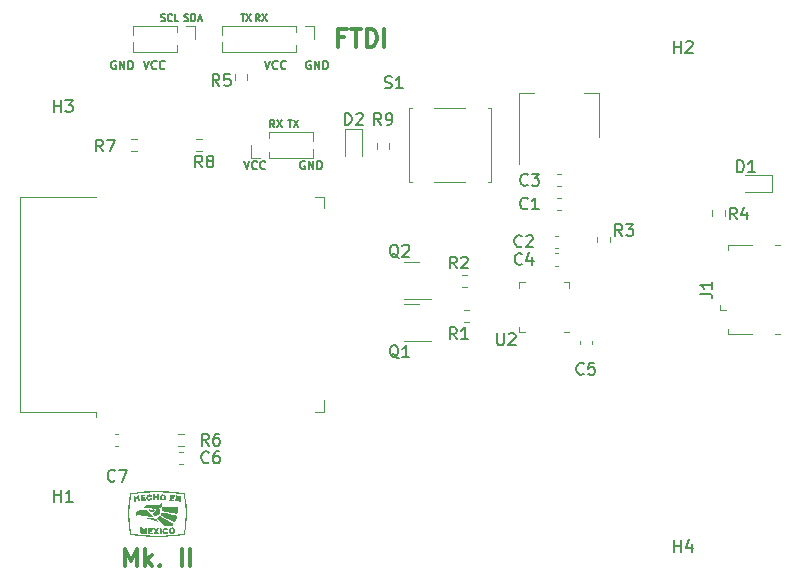
<source format=gbr>
%TF.GenerationSoftware,KiCad,Pcbnew,(6.0.2)*%
%TF.CreationDate,2022-04-19T16:18:31-05:00*%
%TF.ProjectId,Tlapixki-HelloWorld,546c6170-6978-46b6-992d-48656c6c6f57,rev?*%
%TF.SameCoordinates,Original*%
%TF.FileFunction,Legend,Top*%
%TF.FilePolarity,Positive*%
%FSLAX46Y46*%
G04 Gerber Fmt 4.6, Leading zero omitted, Abs format (unit mm)*
G04 Created by KiCad (PCBNEW (6.0.2)) date 2022-04-19 16:18:31*
%MOMM*%
%LPD*%
G01*
G04 APERTURE LIST*
%ADD10C,0.300000*%
%ADD11C,0.150000*%
%ADD12C,0.120000*%
G04 APERTURE END LIST*
D10*
X89785714Y-100392857D02*
X89285714Y-100392857D01*
X89285714Y-101178571D02*
X89285714Y-99678571D01*
X90000000Y-99678571D01*
X90357142Y-99678571D02*
X91214285Y-99678571D01*
X90785714Y-101178571D02*
X90785714Y-99678571D01*
X91714285Y-101178571D02*
X91714285Y-99678571D01*
X92071428Y-99678571D01*
X92285714Y-99750000D01*
X92428571Y-99892857D01*
X92500000Y-100035714D01*
X92571428Y-100321428D01*
X92571428Y-100535714D01*
X92500000Y-100821428D01*
X92428571Y-100964285D01*
X92285714Y-101107142D01*
X92071428Y-101178571D01*
X91714285Y-101178571D01*
X93214285Y-101178571D02*
X93214285Y-99678571D01*
D11*
X83066666Y-102366666D02*
X83300000Y-103066666D01*
X83533333Y-102366666D01*
X84166666Y-103000000D02*
X84133333Y-103033333D01*
X84033333Y-103066666D01*
X83966666Y-103066666D01*
X83866666Y-103033333D01*
X83800000Y-102966666D01*
X83766666Y-102900000D01*
X83733333Y-102766666D01*
X83733333Y-102666666D01*
X83766666Y-102533333D01*
X83800000Y-102466666D01*
X83866666Y-102400000D01*
X83966666Y-102366666D01*
X84033333Y-102366666D01*
X84133333Y-102400000D01*
X84166666Y-102433333D01*
X84866666Y-103000000D02*
X84833333Y-103033333D01*
X84733333Y-103066666D01*
X84666666Y-103066666D01*
X84566666Y-103033333D01*
X84500000Y-102966666D01*
X84466666Y-102900000D01*
X84433333Y-102766666D01*
X84433333Y-102666666D01*
X84466666Y-102533333D01*
X84500000Y-102466666D01*
X84566666Y-102400000D01*
X84666666Y-102366666D01*
X84733333Y-102366666D01*
X84833333Y-102400000D01*
X84866666Y-102433333D01*
X85042857Y-107421428D02*
X85385714Y-107421428D01*
X85214285Y-108021428D02*
X85214285Y-107421428D01*
X85528571Y-107421428D02*
X85928571Y-108021428D01*
X85928571Y-107421428D02*
X85528571Y-108021428D01*
X76271428Y-98992857D02*
X76357142Y-99021428D01*
X76500000Y-99021428D01*
X76557142Y-98992857D01*
X76585714Y-98964285D01*
X76614285Y-98907142D01*
X76614285Y-98850000D01*
X76585714Y-98792857D01*
X76557142Y-98764285D01*
X76500000Y-98735714D01*
X76385714Y-98707142D01*
X76328571Y-98678571D01*
X76300000Y-98650000D01*
X76271428Y-98592857D01*
X76271428Y-98535714D01*
X76300000Y-98478571D01*
X76328571Y-98450000D01*
X76385714Y-98421428D01*
X76528571Y-98421428D01*
X76614285Y-98450000D01*
X76871428Y-99021428D02*
X76871428Y-98421428D01*
X77014285Y-98421428D01*
X77100000Y-98450000D01*
X77157142Y-98507142D01*
X77185714Y-98564285D01*
X77214285Y-98678571D01*
X77214285Y-98764285D01*
X77185714Y-98878571D01*
X77157142Y-98935714D01*
X77100000Y-98992857D01*
X77014285Y-99021428D01*
X76871428Y-99021428D01*
X77442857Y-98850000D02*
X77728571Y-98850000D01*
X77385714Y-99021428D02*
X77585714Y-98421428D01*
X77785714Y-99021428D01*
X82650000Y-99021428D02*
X82450000Y-98735714D01*
X82307142Y-99021428D02*
X82307142Y-98421428D01*
X82535714Y-98421428D01*
X82592857Y-98450000D01*
X82621428Y-98478571D01*
X82650000Y-98535714D01*
X82650000Y-98621428D01*
X82621428Y-98678571D01*
X82592857Y-98707142D01*
X82535714Y-98735714D01*
X82307142Y-98735714D01*
X82850000Y-98421428D02*
X83250000Y-99021428D01*
X83250000Y-98421428D02*
X82850000Y-99021428D01*
X81042857Y-98421428D02*
X81385714Y-98421428D01*
X81214285Y-99021428D02*
X81214285Y-98421428D01*
X81528571Y-98421428D02*
X81928571Y-99021428D01*
X81928571Y-98421428D02*
X81528571Y-99021428D01*
X72816666Y-102366666D02*
X73050000Y-103066666D01*
X73283333Y-102366666D01*
X73916666Y-103000000D02*
X73883333Y-103033333D01*
X73783333Y-103066666D01*
X73716666Y-103066666D01*
X73616666Y-103033333D01*
X73550000Y-102966666D01*
X73516666Y-102900000D01*
X73483333Y-102766666D01*
X73483333Y-102666666D01*
X73516666Y-102533333D01*
X73550000Y-102466666D01*
X73616666Y-102400000D01*
X73716666Y-102366666D01*
X73783333Y-102366666D01*
X73883333Y-102400000D01*
X73916666Y-102433333D01*
X74616666Y-103000000D02*
X74583333Y-103033333D01*
X74483333Y-103066666D01*
X74416666Y-103066666D01*
X74316666Y-103033333D01*
X74250000Y-102966666D01*
X74216666Y-102900000D01*
X74183333Y-102766666D01*
X74183333Y-102666666D01*
X74216666Y-102533333D01*
X74250000Y-102466666D01*
X74316666Y-102400000D01*
X74416666Y-102366666D01*
X74483333Y-102366666D01*
X74583333Y-102400000D01*
X74616666Y-102433333D01*
X70466666Y-102400000D02*
X70400000Y-102366666D01*
X70300000Y-102366666D01*
X70200000Y-102400000D01*
X70133333Y-102466666D01*
X70100000Y-102533333D01*
X70066666Y-102666666D01*
X70066666Y-102766666D01*
X70100000Y-102900000D01*
X70133333Y-102966666D01*
X70200000Y-103033333D01*
X70300000Y-103066666D01*
X70366666Y-103066666D01*
X70466666Y-103033333D01*
X70500000Y-103000000D01*
X70500000Y-102766666D01*
X70366666Y-102766666D01*
X70800000Y-103066666D02*
X70800000Y-102366666D01*
X71200000Y-103066666D01*
X71200000Y-102366666D01*
X71533333Y-103066666D02*
X71533333Y-102366666D01*
X71700000Y-102366666D01*
X71800000Y-102400000D01*
X71866666Y-102466666D01*
X71900000Y-102533333D01*
X71933333Y-102666666D01*
X71933333Y-102766666D01*
X71900000Y-102900000D01*
X71866666Y-102966666D01*
X71800000Y-103033333D01*
X71700000Y-103066666D01*
X71533333Y-103066666D01*
X81316666Y-110866666D02*
X81550000Y-111566666D01*
X81783333Y-110866666D01*
X82416666Y-111500000D02*
X82383333Y-111533333D01*
X82283333Y-111566666D01*
X82216666Y-111566666D01*
X82116666Y-111533333D01*
X82050000Y-111466666D01*
X82016666Y-111400000D01*
X81983333Y-111266666D01*
X81983333Y-111166666D01*
X82016666Y-111033333D01*
X82050000Y-110966666D01*
X82116666Y-110900000D01*
X82216666Y-110866666D01*
X82283333Y-110866666D01*
X82383333Y-110900000D01*
X82416666Y-110933333D01*
X83116666Y-111500000D02*
X83083333Y-111533333D01*
X82983333Y-111566666D01*
X82916666Y-111566666D01*
X82816666Y-111533333D01*
X82750000Y-111466666D01*
X82716666Y-111400000D01*
X82683333Y-111266666D01*
X82683333Y-111166666D01*
X82716666Y-111033333D01*
X82750000Y-110966666D01*
X82816666Y-110900000D01*
X82916666Y-110866666D01*
X82983333Y-110866666D01*
X83083333Y-110900000D01*
X83116666Y-110933333D01*
D10*
X71250000Y-145178571D02*
X71250000Y-143678571D01*
X71750000Y-144750000D01*
X72250000Y-143678571D01*
X72250000Y-145178571D01*
X72964285Y-145178571D02*
X72964285Y-143678571D01*
X73107142Y-144607142D02*
X73535714Y-145178571D01*
X73535714Y-144178571D02*
X72964285Y-144750000D01*
X74178571Y-145035714D02*
X74250000Y-145107142D01*
X74178571Y-145178571D01*
X74107142Y-145107142D01*
X74178571Y-145035714D01*
X74178571Y-145178571D01*
X76035714Y-145178571D02*
X76035714Y-143678571D01*
X76750000Y-145178571D02*
X76750000Y-143678571D01*
D11*
X86466666Y-110900000D02*
X86400000Y-110866666D01*
X86300000Y-110866666D01*
X86200000Y-110900000D01*
X86133333Y-110966666D01*
X86100000Y-111033333D01*
X86066666Y-111166666D01*
X86066666Y-111266666D01*
X86100000Y-111400000D01*
X86133333Y-111466666D01*
X86200000Y-111533333D01*
X86300000Y-111566666D01*
X86366666Y-111566666D01*
X86466666Y-111533333D01*
X86500000Y-111500000D01*
X86500000Y-111266666D01*
X86366666Y-111266666D01*
X86800000Y-111566666D02*
X86800000Y-110866666D01*
X87200000Y-111566666D01*
X87200000Y-110866666D01*
X87533333Y-111566666D02*
X87533333Y-110866666D01*
X87700000Y-110866666D01*
X87800000Y-110900000D01*
X87866666Y-110966666D01*
X87900000Y-111033333D01*
X87933333Y-111166666D01*
X87933333Y-111266666D01*
X87900000Y-111400000D01*
X87866666Y-111466666D01*
X87800000Y-111533333D01*
X87700000Y-111566666D01*
X87533333Y-111566666D01*
X86966666Y-102400000D02*
X86900000Y-102366666D01*
X86800000Y-102366666D01*
X86700000Y-102400000D01*
X86633333Y-102466666D01*
X86600000Y-102533333D01*
X86566666Y-102666666D01*
X86566666Y-102766666D01*
X86600000Y-102900000D01*
X86633333Y-102966666D01*
X86700000Y-103033333D01*
X86800000Y-103066666D01*
X86866666Y-103066666D01*
X86966666Y-103033333D01*
X87000000Y-103000000D01*
X87000000Y-102766666D01*
X86866666Y-102766666D01*
X87300000Y-103066666D02*
X87300000Y-102366666D01*
X87700000Y-103066666D01*
X87700000Y-102366666D01*
X88033333Y-103066666D02*
X88033333Y-102366666D01*
X88200000Y-102366666D01*
X88300000Y-102400000D01*
X88366666Y-102466666D01*
X88400000Y-102533333D01*
X88433333Y-102666666D01*
X88433333Y-102766666D01*
X88400000Y-102900000D01*
X88366666Y-102966666D01*
X88300000Y-103033333D01*
X88200000Y-103066666D01*
X88033333Y-103066666D01*
X74285714Y-98992857D02*
X74371428Y-99021428D01*
X74514285Y-99021428D01*
X74571428Y-98992857D01*
X74600000Y-98964285D01*
X74628571Y-98907142D01*
X74628571Y-98850000D01*
X74600000Y-98792857D01*
X74571428Y-98764285D01*
X74514285Y-98735714D01*
X74400000Y-98707142D01*
X74342857Y-98678571D01*
X74314285Y-98650000D01*
X74285714Y-98592857D01*
X74285714Y-98535714D01*
X74314285Y-98478571D01*
X74342857Y-98450000D01*
X74400000Y-98421428D01*
X74542857Y-98421428D01*
X74628571Y-98450000D01*
X75228571Y-98964285D02*
X75200000Y-98992857D01*
X75114285Y-99021428D01*
X75057142Y-99021428D01*
X74971428Y-98992857D01*
X74914285Y-98935714D01*
X74885714Y-98878571D01*
X74857142Y-98764285D01*
X74857142Y-98678571D01*
X74885714Y-98564285D01*
X74914285Y-98507142D01*
X74971428Y-98450000D01*
X75057142Y-98421428D01*
X75114285Y-98421428D01*
X75200000Y-98450000D01*
X75228571Y-98478571D01*
X75771428Y-99021428D02*
X75485714Y-99021428D01*
X75485714Y-98421428D01*
X83900000Y-108021428D02*
X83700000Y-107735714D01*
X83557142Y-108021428D02*
X83557142Y-107421428D01*
X83785714Y-107421428D01*
X83842857Y-107450000D01*
X83871428Y-107478571D01*
X83900000Y-107535714D01*
X83900000Y-107621428D01*
X83871428Y-107678571D01*
X83842857Y-107707142D01*
X83785714Y-107735714D01*
X83557142Y-107735714D01*
X84100000Y-107421428D02*
X84500000Y-108021428D01*
X84500000Y-107421428D02*
X84100000Y-108021428D01*
%TO.C,S1*%
X93238095Y-104654761D02*
X93380952Y-104702380D01*
X93619047Y-104702380D01*
X93714285Y-104654761D01*
X93761904Y-104607142D01*
X93809523Y-104511904D01*
X93809523Y-104416666D01*
X93761904Y-104321428D01*
X93714285Y-104273809D01*
X93619047Y-104226190D01*
X93428571Y-104178571D01*
X93333333Y-104130952D01*
X93285714Y-104083333D01*
X93238095Y-103988095D01*
X93238095Y-103892857D01*
X93285714Y-103797619D01*
X93333333Y-103750000D01*
X93428571Y-103702380D01*
X93666666Y-103702380D01*
X93809523Y-103750000D01*
X94761904Y-104702380D02*
X94190476Y-104702380D01*
X94476190Y-104702380D02*
X94476190Y-103702380D01*
X94380952Y-103845238D01*
X94285714Y-103940476D01*
X94190476Y-103988095D01*
%TO.C,C3*%
X105333333Y-112857142D02*
X105285714Y-112904761D01*
X105142857Y-112952380D01*
X105047619Y-112952380D01*
X104904761Y-112904761D01*
X104809523Y-112809523D01*
X104761904Y-112714285D01*
X104714285Y-112523809D01*
X104714285Y-112380952D01*
X104761904Y-112190476D01*
X104809523Y-112095238D01*
X104904761Y-112000000D01*
X105047619Y-111952380D01*
X105142857Y-111952380D01*
X105285714Y-112000000D01*
X105333333Y-112047619D01*
X105666666Y-111952380D02*
X106285714Y-111952380D01*
X105952380Y-112333333D01*
X106095238Y-112333333D01*
X106190476Y-112380952D01*
X106238095Y-112428571D01*
X106285714Y-112523809D01*
X106285714Y-112761904D01*
X106238095Y-112857142D01*
X106190476Y-112904761D01*
X106095238Y-112952380D01*
X105809523Y-112952380D01*
X105714285Y-112904761D01*
X105666666Y-112857142D01*
%TO.C,H4*%
X117738095Y-143952380D02*
X117738095Y-142952380D01*
X117738095Y-143428571D02*
X118309523Y-143428571D01*
X118309523Y-143952380D02*
X118309523Y-142952380D01*
X119214285Y-143285714D02*
X119214285Y-143952380D01*
X118976190Y-142904761D02*
X118738095Y-143619047D01*
X119357142Y-143619047D01*
%TO.C,R9*%
X92933333Y-107802380D02*
X92600000Y-107326190D01*
X92361904Y-107802380D02*
X92361904Y-106802380D01*
X92742857Y-106802380D01*
X92838095Y-106850000D01*
X92885714Y-106897619D01*
X92933333Y-106992857D01*
X92933333Y-107135714D01*
X92885714Y-107230952D01*
X92838095Y-107278571D01*
X92742857Y-107326190D01*
X92361904Y-107326190D01*
X93409523Y-107802380D02*
X93600000Y-107802380D01*
X93695238Y-107754761D01*
X93742857Y-107707142D01*
X93838095Y-107564285D01*
X93885714Y-107373809D01*
X93885714Y-106992857D01*
X93838095Y-106897619D01*
X93790476Y-106850000D01*
X93695238Y-106802380D01*
X93504761Y-106802380D01*
X93409523Y-106850000D01*
X93361904Y-106897619D01*
X93314285Y-106992857D01*
X93314285Y-107230952D01*
X93361904Y-107326190D01*
X93409523Y-107373809D01*
X93504761Y-107421428D01*
X93695238Y-107421428D01*
X93790476Y-107373809D01*
X93838095Y-107326190D01*
X93885714Y-107230952D01*
%TO.C,R8*%
X77783333Y-111402380D02*
X77450000Y-110926190D01*
X77211904Y-111402380D02*
X77211904Y-110402380D01*
X77592857Y-110402380D01*
X77688095Y-110450000D01*
X77735714Y-110497619D01*
X77783333Y-110592857D01*
X77783333Y-110735714D01*
X77735714Y-110830952D01*
X77688095Y-110878571D01*
X77592857Y-110926190D01*
X77211904Y-110926190D01*
X78354761Y-110830952D02*
X78259523Y-110783333D01*
X78211904Y-110735714D01*
X78164285Y-110640476D01*
X78164285Y-110592857D01*
X78211904Y-110497619D01*
X78259523Y-110450000D01*
X78354761Y-110402380D01*
X78545238Y-110402380D01*
X78640476Y-110450000D01*
X78688095Y-110497619D01*
X78735714Y-110592857D01*
X78735714Y-110640476D01*
X78688095Y-110735714D01*
X78640476Y-110783333D01*
X78545238Y-110830952D01*
X78354761Y-110830952D01*
X78259523Y-110878571D01*
X78211904Y-110926190D01*
X78164285Y-111021428D01*
X78164285Y-111211904D01*
X78211904Y-111307142D01*
X78259523Y-111354761D01*
X78354761Y-111402380D01*
X78545238Y-111402380D01*
X78640476Y-111354761D01*
X78688095Y-111307142D01*
X78735714Y-111211904D01*
X78735714Y-111021428D01*
X78688095Y-110926190D01*
X78640476Y-110878571D01*
X78545238Y-110830952D01*
%TO.C,U2*%
X102738095Y-125452380D02*
X102738095Y-126261904D01*
X102785714Y-126357142D01*
X102833333Y-126404761D01*
X102928571Y-126452380D01*
X103119047Y-126452380D01*
X103214285Y-126404761D01*
X103261904Y-126357142D01*
X103309523Y-126261904D01*
X103309523Y-125452380D01*
X103738095Y-125547619D02*
X103785714Y-125500000D01*
X103880952Y-125452380D01*
X104119047Y-125452380D01*
X104214285Y-125500000D01*
X104261904Y-125547619D01*
X104309523Y-125642857D01*
X104309523Y-125738095D01*
X104261904Y-125880952D01*
X103690476Y-126452380D01*
X104309523Y-126452380D01*
%TO.C,R4*%
X123033333Y-115802380D02*
X122700000Y-115326190D01*
X122461904Y-115802380D02*
X122461904Y-114802380D01*
X122842857Y-114802380D01*
X122938095Y-114850000D01*
X122985714Y-114897619D01*
X123033333Y-114992857D01*
X123033333Y-115135714D01*
X122985714Y-115230952D01*
X122938095Y-115278571D01*
X122842857Y-115326190D01*
X122461904Y-115326190D01*
X123890476Y-115135714D02*
X123890476Y-115802380D01*
X123652380Y-114754761D02*
X123414285Y-115469047D01*
X124033333Y-115469047D01*
%TO.C,R6*%
X78333333Y-134952380D02*
X78000000Y-134476190D01*
X77761904Y-134952380D02*
X77761904Y-133952380D01*
X78142857Y-133952380D01*
X78238095Y-134000000D01*
X78285714Y-134047619D01*
X78333333Y-134142857D01*
X78333333Y-134285714D01*
X78285714Y-134380952D01*
X78238095Y-134428571D01*
X78142857Y-134476190D01*
X77761904Y-134476190D01*
X79190476Y-133952380D02*
X79000000Y-133952380D01*
X78904761Y-134000000D01*
X78857142Y-134047619D01*
X78761904Y-134190476D01*
X78714285Y-134380952D01*
X78714285Y-134761904D01*
X78761904Y-134857142D01*
X78809523Y-134904761D01*
X78904761Y-134952380D01*
X79095238Y-134952380D01*
X79190476Y-134904761D01*
X79238095Y-134857142D01*
X79285714Y-134761904D01*
X79285714Y-134523809D01*
X79238095Y-134428571D01*
X79190476Y-134380952D01*
X79095238Y-134333333D01*
X78904761Y-134333333D01*
X78809523Y-134380952D01*
X78761904Y-134428571D01*
X78714285Y-134523809D01*
%TO.C,C2*%
X104833333Y-118057142D02*
X104785714Y-118104761D01*
X104642857Y-118152380D01*
X104547619Y-118152380D01*
X104404761Y-118104761D01*
X104309523Y-118009523D01*
X104261904Y-117914285D01*
X104214285Y-117723809D01*
X104214285Y-117580952D01*
X104261904Y-117390476D01*
X104309523Y-117295238D01*
X104404761Y-117200000D01*
X104547619Y-117152380D01*
X104642857Y-117152380D01*
X104785714Y-117200000D01*
X104833333Y-117247619D01*
X105214285Y-117247619D02*
X105261904Y-117200000D01*
X105357142Y-117152380D01*
X105595238Y-117152380D01*
X105690476Y-117200000D01*
X105738095Y-117247619D01*
X105785714Y-117342857D01*
X105785714Y-117438095D01*
X105738095Y-117580952D01*
X105166666Y-118152380D01*
X105785714Y-118152380D01*
%TO.C,Q1*%
X94404761Y-127547619D02*
X94309523Y-127500000D01*
X94214285Y-127404761D01*
X94071428Y-127261904D01*
X93976190Y-127214285D01*
X93880952Y-127214285D01*
X93928571Y-127452380D02*
X93833333Y-127404761D01*
X93738095Y-127309523D01*
X93690476Y-127119047D01*
X93690476Y-126785714D01*
X93738095Y-126595238D01*
X93833333Y-126500000D01*
X93928571Y-126452380D01*
X94119047Y-126452380D01*
X94214285Y-126500000D01*
X94309523Y-126595238D01*
X94357142Y-126785714D01*
X94357142Y-127119047D01*
X94309523Y-127309523D01*
X94214285Y-127404761D01*
X94119047Y-127452380D01*
X93928571Y-127452380D01*
X95309523Y-127452380D02*
X94738095Y-127452380D01*
X95023809Y-127452380D02*
X95023809Y-126452380D01*
X94928571Y-126595238D01*
X94833333Y-126690476D01*
X94738095Y-126738095D01*
%TO.C,H3*%
X65238095Y-106702380D02*
X65238095Y-105702380D01*
X65238095Y-106178571D02*
X65809523Y-106178571D01*
X65809523Y-106702380D02*
X65809523Y-105702380D01*
X66190476Y-105702380D02*
X66809523Y-105702380D01*
X66476190Y-106083333D01*
X66619047Y-106083333D01*
X66714285Y-106130952D01*
X66761904Y-106178571D01*
X66809523Y-106273809D01*
X66809523Y-106511904D01*
X66761904Y-106607142D01*
X66714285Y-106654761D01*
X66619047Y-106702380D01*
X66333333Y-106702380D01*
X66238095Y-106654761D01*
X66190476Y-106607142D01*
%TO.C,H2*%
X117738095Y-101702380D02*
X117738095Y-100702380D01*
X117738095Y-101178571D02*
X118309523Y-101178571D01*
X118309523Y-101702380D02*
X118309523Y-100702380D01*
X118738095Y-100797619D02*
X118785714Y-100750000D01*
X118880952Y-100702380D01*
X119119047Y-100702380D01*
X119214285Y-100750000D01*
X119261904Y-100797619D01*
X119309523Y-100892857D01*
X119309523Y-100988095D01*
X119261904Y-101130952D01*
X118690476Y-101702380D01*
X119309523Y-101702380D01*
%TO.C,C1*%
X105333333Y-114857142D02*
X105285714Y-114904761D01*
X105142857Y-114952380D01*
X105047619Y-114952380D01*
X104904761Y-114904761D01*
X104809523Y-114809523D01*
X104761904Y-114714285D01*
X104714285Y-114523809D01*
X104714285Y-114380952D01*
X104761904Y-114190476D01*
X104809523Y-114095238D01*
X104904761Y-114000000D01*
X105047619Y-113952380D01*
X105142857Y-113952380D01*
X105285714Y-114000000D01*
X105333333Y-114047619D01*
X106285714Y-114952380D02*
X105714285Y-114952380D01*
X106000000Y-114952380D02*
X106000000Y-113952380D01*
X105904761Y-114095238D01*
X105809523Y-114190476D01*
X105714285Y-114238095D01*
%TO.C,R7*%
X69383333Y-110052380D02*
X69050000Y-109576190D01*
X68811904Y-110052380D02*
X68811904Y-109052380D01*
X69192857Y-109052380D01*
X69288095Y-109100000D01*
X69335714Y-109147619D01*
X69383333Y-109242857D01*
X69383333Y-109385714D01*
X69335714Y-109480952D01*
X69288095Y-109528571D01*
X69192857Y-109576190D01*
X68811904Y-109576190D01*
X69716666Y-109052380D02*
X70383333Y-109052380D01*
X69954761Y-110052380D01*
%TO.C,C4*%
X104858333Y-119557142D02*
X104810714Y-119604761D01*
X104667857Y-119652380D01*
X104572619Y-119652380D01*
X104429761Y-119604761D01*
X104334523Y-119509523D01*
X104286904Y-119414285D01*
X104239285Y-119223809D01*
X104239285Y-119080952D01*
X104286904Y-118890476D01*
X104334523Y-118795238D01*
X104429761Y-118700000D01*
X104572619Y-118652380D01*
X104667857Y-118652380D01*
X104810714Y-118700000D01*
X104858333Y-118747619D01*
X105715476Y-118985714D02*
X105715476Y-119652380D01*
X105477380Y-118604761D02*
X105239285Y-119319047D01*
X105858333Y-119319047D01*
%TO.C,H1*%
X65238095Y-139702380D02*
X65238095Y-138702380D01*
X65238095Y-139178571D02*
X65809523Y-139178571D01*
X65809523Y-139702380D02*
X65809523Y-138702380D01*
X66809523Y-139702380D02*
X66238095Y-139702380D01*
X66523809Y-139702380D02*
X66523809Y-138702380D01*
X66428571Y-138845238D01*
X66333333Y-138940476D01*
X66238095Y-138988095D01*
%TO.C,R5*%
X79233333Y-104502380D02*
X78900000Y-104026190D01*
X78661904Y-104502380D02*
X78661904Y-103502380D01*
X79042857Y-103502380D01*
X79138095Y-103550000D01*
X79185714Y-103597619D01*
X79233333Y-103692857D01*
X79233333Y-103835714D01*
X79185714Y-103930952D01*
X79138095Y-103978571D01*
X79042857Y-104026190D01*
X78661904Y-104026190D01*
X80138095Y-103502380D02*
X79661904Y-103502380D01*
X79614285Y-103978571D01*
X79661904Y-103930952D01*
X79757142Y-103883333D01*
X79995238Y-103883333D01*
X80090476Y-103930952D01*
X80138095Y-103978571D01*
X80185714Y-104073809D01*
X80185714Y-104311904D01*
X80138095Y-104407142D01*
X80090476Y-104454761D01*
X79995238Y-104502380D01*
X79757142Y-104502380D01*
X79661904Y-104454761D01*
X79614285Y-104407142D01*
%TO.C,D1*%
X123061904Y-111802380D02*
X123061904Y-110802380D01*
X123300000Y-110802380D01*
X123442857Y-110850000D01*
X123538095Y-110945238D01*
X123585714Y-111040476D01*
X123633333Y-111230952D01*
X123633333Y-111373809D01*
X123585714Y-111564285D01*
X123538095Y-111659523D01*
X123442857Y-111754761D01*
X123300000Y-111802380D01*
X123061904Y-111802380D01*
X124585714Y-111802380D02*
X124014285Y-111802380D01*
X124300000Y-111802380D02*
X124300000Y-110802380D01*
X124204761Y-110945238D01*
X124109523Y-111040476D01*
X124014285Y-111088095D01*
%TO.C,C5*%
X110083333Y-128857142D02*
X110035714Y-128904761D01*
X109892857Y-128952380D01*
X109797619Y-128952380D01*
X109654761Y-128904761D01*
X109559523Y-128809523D01*
X109511904Y-128714285D01*
X109464285Y-128523809D01*
X109464285Y-128380952D01*
X109511904Y-128190476D01*
X109559523Y-128095238D01*
X109654761Y-128000000D01*
X109797619Y-127952380D01*
X109892857Y-127952380D01*
X110035714Y-128000000D01*
X110083333Y-128047619D01*
X110988095Y-127952380D02*
X110511904Y-127952380D01*
X110464285Y-128428571D01*
X110511904Y-128380952D01*
X110607142Y-128333333D01*
X110845238Y-128333333D01*
X110940476Y-128380952D01*
X110988095Y-128428571D01*
X111035714Y-128523809D01*
X111035714Y-128761904D01*
X110988095Y-128857142D01*
X110940476Y-128904761D01*
X110845238Y-128952380D01*
X110607142Y-128952380D01*
X110511904Y-128904761D01*
X110464285Y-128857142D01*
%TO.C,C7*%
X70383333Y-137907142D02*
X70335714Y-137954761D01*
X70192857Y-138002380D01*
X70097619Y-138002380D01*
X69954761Y-137954761D01*
X69859523Y-137859523D01*
X69811904Y-137764285D01*
X69764285Y-137573809D01*
X69764285Y-137430952D01*
X69811904Y-137240476D01*
X69859523Y-137145238D01*
X69954761Y-137050000D01*
X70097619Y-137002380D01*
X70192857Y-137002380D01*
X70335714Y-137050000D01*
X70383333Y-137097619D01*
X70716666Y-137002380D02*
X71383333Y-137002380D01*
X70954761Y-138002380D01*
%TO.C,R3*%
X113333333Y-117202380D02*
X113000000Y-116726190D01*
X112761904Y-117202380D02*
X112761904Y-116202380D01*
X113142857Y-116202380D01*
X113238095Y-116250000D01*
X113285714Y-116297619D01*
X113333333Y-116392857D01*
X113333333Y-116535714D01*
X113285714Y-116630952D01*
X113238095Y-116678571D01*
X113142857Y-116726190D01*
X112761904Y-116726190D01*
X113666666Y-116202380D02*
X114285714Y-116202380D01*
X113952380Y-116583333D01*
X114095238Y-116583333D01*
X114190476Y-116630952D01*
X114238095Y-116678571D01*
X114285714Y-116773809D01*
X114285714Y-117011904D01*
X114238095Y-117107142D01*
X114190476Y-117154761D01*
X114095238Y-117202380D01*
X113809523Y-117202380D01*
X113714285Y-117154761D01*
X113666666Y-117107142D01*
%TO.C,J1*%
X119952380Y-122083333D02*
X120666666Y-122083333D01*
X120809523Y-122130952D01*
X120904761Y-122226190D01*
X120952380Y-122369047D01*
X120952380Y-122464285D01*
X120952380Y-121083333D02*
X120952380Y-121654761D01*
X120952380Y-121369047D02*
X119952380Y-121369047D01*
X120095238Y-121464285D01*
X120190476Y-121559523D01*
X120238095Y-121654761D01*
%TO.C,C6*%
X78333333Y-136357142D02*
X78285714Y-136404761D01*
X78142857Y-136452380D01*
X78047619Y-136452380D01*
X77904761Y-136404761D01*
X77809523Y-136309523D01*
X77761904Y-136214285D01*
X77714285Y-136023809D01*
X77714285Y-135880952D01*
X77761904Y-135690476D01*
X77809523Y-135595238D01*
X77904761Y-135500000D01*
X78047619Y-135452380D01*
X78142857Y-135452380D01*
X78285714Y-135500000D01*
X78333333Y-135547619D01*
X79190476Y-135452380D02*
X79000000Y-135452380D01*
X78904761Y-135500000D01*
X78857142Y-135547619D01*
X78761904Y-135690476D01*
X78714285Y-135880952D01*
X78714285Y-136261904D01*
X78761904Y-136357142D01*
X78809523Y-136404761D01*
X78904761Y-136452380D01*
X79095238Y-136452380D01*
X79190476Y-136404761D01*
X79238095Y-136357142D01*
X79285714Y-136261904D01*
X79285714Y-136023809D01*
X79238095Y-135928571D01*
X79190476Y-135880952D01*
X79095238Y-135833333D01*
X78904761Y-135833333D01*
X78809523Y-135880952D01*
X78761904Y-135928571D01*
X78714285Y-136023809D01*
%TO.C,D2*%
X89861904Y-107802380D02*
X89861904Y-106802380D01*
X90100000Y-106802380D01*
X90242857Y-106850000D01*
X90338095Y-106945238D01*
X90385714Y-107040476D01*
X90433333Y-107230952D01*
X90433333Y-107373809D01*
X90385714Y-107564285D01*
X90338095Y-107659523D01*
X90242857Y-107754761D01*
X90100000Y-107802380D01*
X89861904Y-107802380D01*
X90814285Y-106897619D02*
X90861904Y-106850000D01*
X90957142Y-106802380D01*
X91195238Y-106802380D01*
X91290476Y-106850000D01*
X91338095Y-106897619D01*
X91385714Y-106992857D01*
X91385714Y-107088095D01*
X91338095Y-107230952D01*
X90766666Y-107802380D01*
X91385714Y-107802380D01*
%TO.C,Q2*%
X94404761Y-119047619D02*
X94309523Y-119000000D01*
X94214285Y-118904761D01*
X94071428Y-118761904D01*
X93976190Y-118714285D01*
X93880952Y-118714285D01*
X93928571Y-118952380D02*
X93833333Y-118904761D01*
X93738095Y-118809523D01*
X93690476Y-118619047D01*
X93690476Y-118285714D01*
X93738095Y-118095238D01*
X93833333Y-118000000D01*
X93928571Y-117952380D01*
X94119047Y-117952380D01*
X94214285Y-118000000D01*
X94309523Y-118095238D01*
X94357142Y-118285714D01*
X94357142Y-118619047D01*
X94309523Y-118809523D01*
X94214285Y-118904761D01*
X94119047Y-118952380D01*
X93928571Y-118952380D01*
X94738095Y-118047619D02*
X94785714Y-118000000D01*
X94880952Y-117952380D01*
X95119047Y-117952380D01*
X95214285Y-118000000D01*
X95261904Y-118047619D01*
X95309523Y-118142857D01*
X95309523Y-118238095D01*
X95261904Y-118380952D01*
X94690476Y-118952380D01*
X95309523Y-118952380D01*
%TO.C,R2*%
X99333333Y-119952380D02*
X99000000Y-119476190D01*
X98761904Y-119952380D02*
X98761904Y-118952380D01*
X99142857Y-118952380D01*
X99238095Y-119000000D01*
X99285714Y-119047619D01*
X99333333Y-119142857D01*
X99333333Y-119285714D01*
X99285714Y-119380952D01*
X99238095Y-119428571D01*
X99142857Y-119476190D01*
X98761904Y-119476190D01*
X99714285Y-119047619D02*
X99761904Y-119000000D01*
X99857142Y-118952380D01*
X100095238Y-118952380D01*
X100190476Y-119000000D01*
X100238095Y-119047619D01*
X100285714Y-119142857D01*
X100285714Y-119238095D01*
X100238095Y-119380952D01*
X99666666Y-119952380D01*
X100285714Y-119952380D01*
%TO.C,R1*%
X99333333Y-125952380D02*
X99000000Y-125476190D01*
X98761904Y-125952380D02*
X98761904Y-124952380D01*
X99142857Y-124952380D01*
X99238095Y-125000000D01*
X99285714Y-125047619D01*
X99333333Y-125142857D01*
X99333333Y-125285714D01*
X99285714Y-125380952D01*
X99238095Y-125428571D01*
X99142857Y-125476190D01*
X98761904Y-125476190D01*
X100285714Y-125952380D02*
X99714285Y-125952380D01*
X100000000Y-125952380D02*
X100000000Y-124952380D01*
X99904761Y-125095238D01*
X99809523Y-125190476D01*
X99714285Y-125238095D01*
D12*
%TO.C,S1*%
X101950000Y-106350000D02*
X102200000Y-106350000D01*
X100050000Y-112650000D02*
X97450000Y-112650000D01*
X102200000Y-112650000D02*
X101950000Y-112650000D01*
X95550000Y-112650000D02*
X95300000Y-112650000D01*
X102200000Y-106350000D02*
X102200000Y-112650000D01*
X95300000Y-106350000D02*
X95550000Y-106350000D01*
X95300000Y-112650000D02*
X95300000Y-106350000D01*
X97450000Y-106350000D02*
X100050000Y-106350000D01*
%TO.C,C3*%
X108140580Y-113010000D02*
X107859420Y-113010000D01*
X108140580Y-111990000D02*
X107859420Y-111990000D01*
%TO.C,R9*%
X92577500Y-109362742D02*
X92577500Y-109837258D01*
X93622500Y-109362742D02*
X93622500Y-109837258D01*
%TO.C,R8*%
X77737258Y-108977500D02*
X77262742Y-108977500D01*
X77737258Y-110022500D02*
X77262742Y-110022500D01*
%TO.C,U2*%
X104640000Y-121140000D02*
X104640000Y-121615000D01*
X105115000Y-121140000D02*
X104640000Y-121140000D01*
X104640000Y-125360000D02*
X104640000Y-124885000D01*
X108385000Y-125360000D02*
X108860000Y-125360000D01*
X108860000Y-121140000D02*
X108860000Y-121615000D01*
X108385000Y-121140000D02*
X108860000Y-121140000D01*
X105115000Y-125360000D02*
X104640000Y-125360000D01*
%TO.C,R4*%
X120977500Y-115012742D02*
X120977500Y-115487258D01*
X122022500Y-115012742D02*
X122022500Y-115487258D01*
%TO.C,R6*%
X75762742Y-135022500D02*
X76237258Y-135022500D01*
X75762742Y-133977500D02*
X76237258Y-133977500D01*
%TO.C,C2*%
X107915580Y-118210000D02*
X107634420Y-118210000D01*
X107915580Y-117190000D02*
X107634420Y-117190000D01*
%TO.C,Q1*%
X95500000Y-122940000D02*
X94850000Y-122940000D01*
X95500000Y-122940000D02*
X96150000Y-122940000D01*
X95500000Y-126060000D02*
X94850000Y-126060000D01*
X95500000Y-126060000D02*
X97175000Y-126060000D01*
%TO.C,U1*%
X104590000Y-105090000D02*
X105850000Y-105090000D01*
X111410000Y-108850000D02*
X111410000Y-105090000D01*
X104590000Y-111100000D02*
X104590000Y-105090000D01*
X111410000Y-105090000D02*
X110150000Y-105090000D01*
%TO.C,J2*%
X87260000Y-99390000D02*
X87260000Y-100500000D01*
X86500000Y-99390000D02*
X87260000Y-99390000D01*
X79455000Y-100807530D02*
X79455000Y-101610000D01*
X85740000Y-99390000D02*
X79455000Y-99390000D01*
X85740000Y-99390000D02*
X85740000Y-99936529D01*
X85740000Y-101610000D02*
X79455000Y-101610000D01*
X79455000Y-99390000D02*
X79455000Y-100192470D01*
X85740000Y-101063471D02*
X85740000Y-101610000D01*
%TO.C,C1*%
X108140580Y-115010000D02*
X107859420Y-115010000D01*
X108140580Y-113990000D02*
X107859420Y-113990000D01*
%TO.C,R7*%
X71762742Y-110022500D02*
X72237258Y-110022500D01*
X71762742Y-108977500D02*
X72237258Y-108977500D01*
%TO.C,G\u002A\u002A\u002A*%
G36*
X73167797Y-140471792D02*
G01*
X73232837Y-140529990D01*
X73304014Y-140597979D01*
X73377600Y-140671701D01*
X73449867Y-140747097D01*
X73517087Y-140820110D01*
X73575531Y-140886681D01*
X73621471Y-140942753D01*
X73651179Y-140984267D01*
X73660928Y-141007165D01*
X73660666Y-141008262D01*
X73653046Y-141020616D01*
X73638410Y-141027732D01*
X73611975Y-141029310D01*
X73568956Y-141025048D01*
X73504569Y-141014645D01*
X73414030Y-140997799D01*
X73375000Y-140990272D01*
X73289486Y-140974339D01*
X73187203Y-140956311D01*
X73073342Y-140937001D01*
X72953091Y-140917221D01*
X72831641Y-140897784D01*
X72714181Y-140879504D01*
X72605901Y-140863192D01*
X72511990Y-140849663D01*
X72437639Y-140839728D01*
X72388036Y-140834200D01*
X72372997Y-140833333D01*
X72325085Y-140841480D01*
X72290685Y-140857803D01*
X72248287Y-140877823D01*
X72219175Y-140882803D01*
X72200635Y-140881758D01*
X72189436Y-140873738D01*
X72184138Y-140852336D01*
X72183300Y-140811146D01*
X72185481Y-140743760D01*
X72185841Y-140734527D01*
X72191074Y-140653468D01*
X72202306Y-140590347D01*
X72223532Y-140542035D01*
X72258750Y-140505401D01*
X72311953Y-140477314D01*
X72387138Y-140454644D01*
X72488300Y-140434260D01*
X72590462Y-140417521D01*
X72684078Y-140403755D01*
X72780336Y-140391013D01*
X72866421Y-140380922D01*
X72917797Y-140375974D01*
X73043928Y-140365826D01*
X73167797Y-140471792D01*
G37*
G36*
X74977417Y-142053841D02*
G01*
X74992091Y-142010153D01*
X75018654Y-141973466D01*
X75025270Y-141966383D01*
X75092873Y-141917999D01*
X75177507Y-141890694D01*
X75267824Y-141888061D01*
X75271149Y-141888487D01*
X75358075Y-141914275D01*
X75422926Y-141964637D01*
X75464749Y-142038363D01*
X75482594Y-142134244D01*
X75483208Y-142158333D01*
X75473141Y-142253106D01*
X75441772Y-142324211D01*
X75387348Y-142374977D01*
X75361948Y-142388833D01*
X75290231Y-142410375D01*
X75208693Y-142416042D01*
X75130818Y-142406108D01*
X75073343Y-142383004D01*
X75015099Y-142326438D01*
X74979815Y-142247422D01*
X74968531Y-142148621D01*
X74969238Y-142131655D01*
X75134195Y-142131655D01*
X75135135Y-142190490D01*
X75145924Y-142240779D01*
X75150586Y-142251095D01*
X75179284Y-142274094D01*
X75224018Y-142283632D01*
X75269803Y-142278454D01*
X75296666Y-142263333D01*
X75311244Y-142230283D01*
X75316731Y-142178468D01*
X75313587Y-142121058D01*
X75302277Y-142071223D01*
X75289083Y-142047145D01*
X75245774Y-142020906D01*
X75196248Y-142021325D01*
X75159523Y-142042857D01*
X75142520Y-142077901D01*
X75134195Y-142131655D01*
X74969238Y-142131655D01*
X74969821Y-142117658D01*
X74977417Y-142053841D01*
G37*
G36*
X74354257Y-139845346D02*
G01*
X74370446Y-139897511D01*
X74372947Y-139911118D01*
X74380762Y-140010445D01*
X74365374Y-140091111D01*
X74325013Y-140159985D01*
X74302408Y-140184846D01*
X74270087Y-140214154D01*
X74235072Y-140238174D01*
X74194089Y-140257242D01*
X74143868Y-140271693D01*
X74081137Y-140281862D01*
X74002622Y-140288086D01*
X73905052Y-140290700D01*
X73785156Y-140290040D01*
X73639660Y-140286440D01*
X73465294Y-140280238D01*
X73398350Y-140277575D01*
X73249346Y-140271285D01*
X73130459Y-140265360D01*
X73038488Y-140259147D01*
X72970232Y-140251989D01*
X72922489Y-140243232D01*
X72892058Y-140232220D01*
X72875739Y-140218299D01*
X72870331Y-140200813D01*
X72872632Y-140179107D01*
X72874665Y-140170398D01*
X72903012Y-140108143D01*
X72952017Y-140046381D01*
X73010054Y-139998936D01*
X73026056Y-139990146D01*
X73045009Y-139983108D01*
X73070569Y-139977625D01*
X73106387Y-139973502D01*
X73156117Y-139970545D01*
X73223412Y-139968558D01*
X73311925Y-139967346D01*
X73425310Y-139966714D01*
X73567219Y-139966468D01*
X73618633Y-139966439D01*
X73752884Y-139966120D01*
X73877494Y-139965320D01*
X73988282Y-139964104D01*
X74081068Y-139962538D01*
X74151673Y-139960689D01*
X74195916Y-139958622D01*
X74208711Y-139957152D01*
X74237616Y-139937362D01*
X74267985Y-139899271D01*
X74275411Y-139886546D01*
X74306738Y-139839864D01*
X74333021Y-139826131D01*
X74354257Y-139845346D01*
G37*
G36*
X74445564Y-140622470D02*
G01*
X74538727Y-140636880D01*
X74661585Y-140660655D01*
X74814852Y-140693921D01*
X74999243Y-140736807D01*
X75009231Y-140739191D01*
X75123735Y-140766399D01*
X75233127Y-140792102D01*
X75331323Y-140814892D01*
X75412238Y-140833362D01*
X75469788Y-140846105D01*
X75487488Y-140849807D01*
X75558487Y-140867936D01*
X75602303Y-140891991D01*
X75625078Y-140928607D01*
X75632955Y-140984415D01*
X75633333Y-141007284D01*
X75623725Y-141085940D01*
X75597631Y-141167542D01*
X75559150Y-141245669D01*
X75512377Y-141313901D01*
X75461411Y-141365820D01*
X75410346Y-141395005D01*
X75383333Y-141399029D01*
X75358545Y-141392170D01*
X75310873Y-141374263D01*
X75247707Y-141348211D01*
X75191666Y-141323760D01*
X75129056Y-141294764D01*
X75043370Y-141253589D01*
X74941106Y-141203436D01*
X74828759Y-141147508D01*
X74712827Y-141089006D01*
X74641666Y-141052677D01*
X74523810Y-140991922D01*
X74432446Y-140943938D01*
X74364221Y-140906654D01*
X74315782Y-140877998D01*
X74283776Y-140855897D01*
X74264849Y-140838280D01*
X74255648Y-140823074D01*
X74253181Y-140812608D01*
X74257944Y-140769082D01*
X74276590Y-140716041D01*
X74303288Y-140665574D01*
X74332209Y-140629775D01*
X74345461Y-140621237D01*
X74381380Y-140617298D01*
X74445564Y-140622470D01*
G37*
G36*
X72927578Y-139121997D02*
G01*
X72945083Y-139124004D01*
X72960619Y-139144909D01*
X72966666Y-139180866D01*
X72960943Y-139213808D01*
X72940053Y-139234585D01*
X72898415Y-139245692D01*
X72830445Y-139249625D01*
X72812500Y-139249772D01*
X72764280Y-139251726D01*
X72740814Y-139259791D01*
X72733599Y-139277822D01*
X72733333Y-139285648D01*
X72735775Y-139305160D01*
X72748251Y-139314713D01*
X72778486Y-139316358D01*
X72833333Y-139312228D01*
X72933333Y-139303160D01*
X72933333Y-139431669D01*
X72837500Y-139436668D01*
X72782834Y-139441017D01*
X72753832Y-139448803D01*
X72742826Y-139463092D01*
X72741666Y-139475000D01*
X72744173Y-139491663D01*
X72756244Y-139501065D01*
X72784701Y-139504655D01*
X72836367Y-139503880D01*
X72870833Y-139502409D01*
X73000000Y-139496485D01*
X73000000Y-139556258D01*
X72999182Y-139583687D01*
X72993386Y-139603244D01*
X72977599Y-139616690D01*
X72946807Y-139625786D01*
X72895997Y-139632292D01*
X72820156Y-139637968D01*
X72755813Y-139642000D01*
X72586626Y-139652437D01*
X72574874Y-139488718D01*
X72569341Y-139405404D01*
X72564607Y-139322766D01*
X72561418Y-139254297D01*
X72560727Y-139233333D01*
X72558333Y-139141666D01*
X72740916Y-139128694D01*
X72817092Y-139124137D01*
X72881914Y-139121844D01*
X72927578Y-139121997D01*
G37*
G36*
X72470417Y-139412500D02*
G01*
X72479072Y-139499098D01*
X72485723Y-139573173D01*
X72489896Y-139628772D01*
X72491114Y-139659946D01*
X72490545Y-139664454D01*
X72472106Y-139669858D01*
X72432144Y-139676315D01*
X72411617Y-139678844D01*
X72365972Y-139682547D01*
X72342941Y-139676254D01*
X72332089Y-139654298D01*
X72327461Y-139633140D01*
X72319657Y-139581814D01*
X72316666Y-139539583D01*
X72313344Y-139515368D01*
X72297535Y-139503730D01*
X72260472Y-139500170D01*
X72239513Y-139500000D01*
X72162361Y-139500000D01*
X72173437Y-139597901D01*
X72178695Y-139652836D01*
X72177185Y-139683435D01*
X72166738Y-139698376D01*
X72146423Y-139706007D01*
X72098047Y-139714582D01*
X72053355Y-139715594D01*
X72023250Y-139709417D01*
X72016666Y-139701589D01*
X72014915Y-139680314D01*
X72010112Y-139632405D01*
X72002933Y-139564350D01*
X71994052Y-139482640D01*
X71991221Y-139457014D01*
X71980806Y-139359911D01*
X71975565Y-139291063D01*
X71976968Y-139245602D01*
X71986484Y-139218657D01*
X72005582Y-139205356D01*
X72035731Y-139200830D01*
X72068686Y-139200255D01*
X72104507Y-139201652D01*
X72123700Y-139211888D01*
X72133552Y-139239440D01*
X72140093Y-139283333D01*
X72149054Y-139334444D01*
X72164240Y-139359654D01*
X72194392Y-139364916D01*
X72247328Y-139356367D01*
X72278675Y-139348177D01*
X72292084Y-139333589D01*
X72292511Y-139302396D01*
X72288587Y-139271390D01*
X72285974Y-139215790D01*
X72300821Y-139183840D01*
X72338619Y-139169584D01*
X72384862Y-139166921D01*
X72444724Y-139166666D01*
X72470417Y-139412500D01*
G37*
G36*
X74304735Y-141953928D02*
G01*
X74333781Y-141966868D01*
X74339883Y-141976363D01*
X74343651Y-142002238D01*
X74346782Y-142054326D01*
X74348986Y-142125504D01*
X74349973Y-142208654D01*
X74350000Y-142224684D01*
X74350000Y-142446643D01*
X74272985Y-142452768D01*
X74225547Y-142453128D01*
X74195840Y-142446731D01*
X74191028Y-142441946D01*
X74188664Y-142419944D01*
X74185553Y-142371108D01*
X74182045Y-142301919D01*
X74178489Y-142218858D01*
X74177291Y-142187500D01*
X74168496Y-141950000D01*
X74249131Y-141950000D01*
X74304735Y-141953928D01*
G37*
G36*
X74607683Y-141156212D02*
G01*
X74799465Y-141258669D01*
X74961733Y-141346960D01*
X75095002Y-141421388D01*
X75199789Y-141482256D01*
X75276610Y-141529866D01*
X75325980Y-141564520D01*
X75348415Y-141586521D01*
X75350000Y-141591255D01*
X75338037Y-141627733D01*
X75308591Y-141671658D01*
X75271325Y-141711134D01*
X75235901Y-141734261D01*
X75233146Y-141735131D01*
X75202658Y-141739186D01*
X75145610Y-141742835D01*
X75068774Y-141745790D01*
X74978922Y-141747761D01*
X74923690Y-141748338D01*
X74655714Y-141750000D01*
X74573690Y-141696581D01*
X74536196Y-141667859D01*
X74481209Y-141620207D01*
X74413670Y-141558453D01*
X74338522Y-141487420D01*
X74260706Y-141411937D01*
X74185163Y-141336827D01*
X74116837Y-141266919D01*
X74060669Y-141207036D01*
X74021601Y-141162006D01*
X74009217Y-141145355D01*
X73991957Y-141115909D01*
X73990283Y-141093555D01*
X74006094Y-141065455D01*
X74024711Y-141040563D01*
X74066564Y-140996383D01*
X74113825Y-140960952D01*
X74124681Y-140955128D01*
X74179384Y-140929042D01*
X74607683Y-141156212D01*
G37*
G36*
X73138619Y-141064459D02*
G01*
X73228023Y-141069023D01*
X73345881Y-141077417D01*
X73391666Y-141080982D01*
X73567182Y-141099881D01*
X73711831Y-141126742D01*
X73827256Y-141162174D01*
X73915102Y-141206782D01*
X73977012Y-141261173D01*
X74007106Y-141308101D01*
X74024355Y-141346929D01*
X74033074Y-141371406D01*
X74033333Y-141373352D01*
X74027656Y-141380333D01*
X74008821Y-141381542D01*
X73974122Y-141376299D01*
X73920851Y-141363922D01*
X73846303Y-141343731D01*
X73747771Y-141315043D01*
X73622548Y-141277179D01*
X73495373Y-141237974D01*
X73342853Y-141190256D01*
X73221962Y-141151177D01*
X73132304Y-141120135D01*
X73073483Y-141096531D01*
X73045101Y-141079761D01*
X73046761Y-141069227D01*
X73078066Y-141064327D01*
X73138619Y-141064459D01*
G37*
G36*
X75721396Y-140169732D02*
G01*
X75747649Y-140227138D01*
X75761618Y-140305905D01*
X75764004Y-140396696D01*
X75755511Y-140490174D01*
X75736841Y-140577000D01*
X75708698Y-140647839D01*
X75682676Y-140683989D01*
X75667716Y-140697744D01*
X75651449Y-140707082D01*
X75629133Y-140711780D01*
X75596023Y-140711613D01*
X75547376Y-140706359D01*
X75478450Y-140695794D01*
X75384500Y-140679693D01*
X75308936Y-140666361D01*
X75200946Y-140646424D01*
X75072520Y-140621427D01*
X74935706Y-140593791D01*
X74802553Y-140565936D01*
X74719976Y-140548044D01*
X74397079Y-140476835D01*
X74402706Y-140314771D01*
X74406469Y-140243915D01*
X74411995Y-140185697D01*
X74418396Y-140148109D01*
X74422217Y-140138853D01*
X74441484Y-140135731D01*
X74490334Y-140132854D01*
X74565018Y-140130305D01*
X74661787Y-140128164D01*
X74776890Y-140126513D01*
X74906579Y-140125432D01*
X75047104Y-140125003D01*
X75062014Y-140125000D01*
X75687927Y-140125000D01*
X75721396Y-140169732D01*
G37*
G36*
X73403397Y-139099629D02*
G01*
X73466471Y-139131358D01*
X73511764Y-139176552D01*
X73532662Y-139232727D01*
X73533333Y-139245375D01*
X73529328Y-139269374D01*
X73511320Y-139280415D01*
X73470320Y-139283305D01*
X73462342Y-139283333D01*
X73409229Y-139278139D01*
X73378144Y-139260131D01*
X73370534Y-139250000D01*
X73337641Y-139224687D01*
X73291521Y-139216756D01*
X73248314Y-139227814D01*
X73236666Y-139236666D01*
X73222603Y-139268885D01*
X73216748Y-139320266D01*
X73218733Y-139377756D01*
X73228192Y-139428305D01*
X73242857Y-139457142D01*
X73285273Y-139480954D01*
X73332690Y-139481884D01*
X73372478Y-139461296D01*
X73386365Y-139441666D01*
X73404221Y-139414696D01*
X73432637Y-139402599D01*
X73477675Y-139400000D01*
X73526783Y-139405160D01*
X73548891Y-139423101D01*
X73545250Y-139457507D01*
X73517113Y-139512066D01*
X73516239Y-139513502D01*
X73465559Y-139566788D01*
X73394919Y-139601768D01*
X73313366Y-139616565D01*
X73229945Y-139609301D01*
X73167248Y-139585972D01*
X73106850Y-139536459D01*
X73066732Y-139468568D01*
X73046796Y-139389728D01*
X73046941Y-139307369D01*
X73067069Y-139228920D01*
X73107079Y-139161811D01*
X73166873Y-139113470D01*
X73173614Y-139110107D01*
X73250356Y-139086517D01*
X73329154Y-139083853D01*
X73403397Y-139099629D01*
G37*
G36*
X71519743Y-140332263D02*
G01*
X71537101Y-140108874D01*
X71559296Y-139879626D01*
X71585405Y-139652646D01*
X71614508Y-139436062D01*
X71645682Y-139238001D01*
X71672212Y-139094771D01*
X71692993Y-138991666D01*
X71883996Y-138964320D01*
X72488338Y-138890144D01*
X73093942Y-138840103D01*
X73695623Y-138814366D01*
X74288194Y-138813101D01*
X74866467Y-138836474D01*
X75158333Y-138858295D01*
X75307546Y-138871847D01*
X75459029Y-138886648D01*
X75608999Y-138902238D01*
X75753672Y-138918159D01*
X75889266Y-138933950D01*
X76011999Y-138949154D01*
X76118086Y-138963310D01*
X76203746Y-138975959D01*
X76265195Y-138986643D01*
X76298651Y-138994901D01*
X76303205Y-138997276D01*
X76309855Y-139016784D01*
X76320534Y-139063216D01*
X76334009Y-139130581D01*
X76349050Y-139212886D01*
X76356867Y-139258333D01*
X76417864Y-139662138D01*
X76460784Y-140046880D01*
X76485630Y-140419550D01*
X76492405Y-140787138D01*
X76481110Y-141156636D01*
X76451750Y-141535034D01*
X76404325Y-141929324D01*
X76357991Y-142233094D01*
X76342705Y-142322191D01*
X76328295Y-142399467D01*
X76315951Y-142459020D01*
X76306866Y-142494947D01*
X76303572Y-142502622D01*
X76283368Y-142508500D01*
X76234566Y-142517317D01*
X76161714Y-142528489D01*
X76069362Y-142541434D01*
X75962057Y-142555567D01*
X75844348Y-142570306D01*
X75720784Y-142585067D01*
X75595913Y-142599267D01*
X75474284Y-142612322D01*
X75360445Y-142623649D01*
X75358333Y-142623849D01*
X75027826Y-142650843D01*
X74682341Y-142671224D01*
X74333918Y-142684522D01*
X73994593Y-142690268D01*
X73700000Y-142688466D01*
X73544369Y-142683864D01*
X73365046Y-142675758D01*
X73171422Y-142664721D01*
X72972889Y-142651324D01*
X72778836Y-142636142D01*
X72641666Y-142623908D01*
X72528574Y-142612653D01*
X72407484Y-142599658D01*
X72282948Y-142585505D01*
X72159519Y-142570778D01*
X72041749Y-142556060D01*
X71934190Y-142541934D01*
X71841394Y-142528984D01*
X71767915Y-142517793D01*
X71718305Y-142508943D01*
X71697115Y-142503019D01*
X71696932Y-142502860D01*
X71690275Y-142482787D01*
X71679825Y-142434738D01*
X71666401Y-142363748D01*
X71650825Y-142274853D01*
X71633916Y-142173089D01*
X71616495Y-142063492D01*
X71599383Y-141951097D01*
X71583399Y-141840942D01*
X71569363Y-141738061D01*
X71559369Y-141658333D01*
X71542225Y-141492345D01*
X71527848Y-141310676D01*
X71516644Y-141122221D01*
X71509022Y-140935875D01*
X71505391Y-140760532D01*
X71506157Y-140605087D01*
X71506860Y-140582625D01*
X71619146Y-140582625D01*
X71619246Y-140782580D01*
X71623436Y-140989737D01*
X71631510Y-141195496D01*
X71643260Y-141391259D01*
X71658480Y-141568425D01*
X71665632Y-141633333D01*
X71677580Y-141728698D01*
X71691780Y-141833723D01*
X71707425Y-141943264D01*
X71723706Y-142052178D01*
X71739814Y-142155320D01*
X71754940Y-142247546D01*
X71768275Y-142323713D01*
X71779010Y-142378677D01*
X71786338Y-142407294D01*
X71787750Y-142409973D01*
X71808356Y-142415975D01*
X71858254Y-142424407D01*
X71933526Y-142434860D01*
X72030251Y-142446929D01*
X72144509Y-142460206D01*
X72272382Y-142474285D01*
X72409949Y-142488759D01*
X72553290Y-142503220D01*
X72698486Y-142517264D01*
X72841618Y-142530481D01*
X72978765Y-142542466D01*
X73106008Y-142552813D01*
X73219427Y-142561113D01*
X73283333Y-142565186D01*
X73414088Y-142571237D01*
X73569835Y-142575750D01*
X73742917Y-142578718D01*
X73925671Y-142580135D01*
X74110440Y-142579993D01*
X74289563Y-142578286D01*
X74455381Y-142575007D01*
X74600233Y-142570150D01*
X74675000Y-142566411D01*
X74791919Y-142558855D01*
X74922900Y-142549174D01*
X75064149Y-142537752D01*
X75211870Y-142524977D01*
X75362266Y-142511233D01*
X75511543Y-142496908D01*
X75655905Y-142482386D01*
X75791556Y-142468055D01*
X75914700Y-142454299D01*
X76021543Y-142441506D01*
X76108289Y-142430060D01*
X76171141Y-142420349D01*
X76206306Y-142412757D01*
X76212132Y-142410090D01*
X76218055Y-142390714D01*
X76227709Y-142343702D01*
X76240216Y-142274433D01*
X76254698Y-142188283D01*
X76270277Y-142090631D01*
X76286076Y-141986854D01*
X76301216Y-141882329D01*
X76314821Y-141782435D01*
X76315791Y-141775000D01*
X76361561Y-141328671D01*
X76381783Y-140885699D01*
X76376330Y-140440574D01*
X76345076Y-139987786D01*
X76287894Y-139521822D01*
X76260014Y-139344213D01*
X76245318Y-139257576D01*
X76232096Y-139183328D01*
X76221444Y-139127343D01*
X76214458Y-139095497D01*
X76212698Y-139090476D01*
X76194276Y-139086154D01*
X76147461Y-139078853D01*
X76077007Y-139069144D01*
X75987665Y-139057601D01*
X75884187Y-139044792D01*
X75771325Y-139031291D01*
X75653831Y-139017667D01*
X75536458Y-139004494D01*
X75423957Y-138992341D01*
X75321080Y-138981780D01*
X75258333Y-138975733D01*
X74720554Y-138936506D01*
X74181654Y-138919158D01*
X73636541Y-138923797D01*
X73080124Y-138950530D01*
X72507314Y-138999466D01*
X72134259Y-139041927D01*
X72031697Y-139054890D01*
X71940969Y-139066778D01*
X71867062Y-139076904D01*
X71814963Y-139084580D01*
X71789655Y-139089117D01*
X71788073Y-139089703D01*
X71780221Y-139111690D01*
X71769385Y-139162360D01*
X71756170Y-139237258D01*
X71741182Y-139331929D01*
X71725026Y-139441916D01*
X71708307Y-139562763D01*
X71691629Y-139690016D01*
X71675598Y-139819217D01*
X71660819Y-139945912D01*
X71647898Y-140065644D01*
X71637438Y-140173959D01*
X71632048Y-140238714D01*
X71623344Y-140398470D01*
X71619146Y-140582625D01*
X71506860Y-140582625D01*
X71508143Y-140541666D01*
X71519743Y-140332263D01*
G37*
G36*
X74111835Y-140350299D02*
G01*
X74160347Y-140352342D01*
X74189126Y-140357843D01*
X74204971Y-140368516D01*
X74214684Y-140386077D01*
X74218536Y-140395833D01*
X74228861Y-140465558D01*
X74214187Y-140547072D01*
X74177753Y-140634450D01*
X74122797Y-140721765D01*
X74052558Y-140803093D01*
X73970273Y-140872507D01*
X73950903Y-140885573D01*
X73890737Y-140919456D01*
X73841867Y-140931874D01*
X73796486Y-140921274D01*
X73746787Y-140886105D01*
X73694203Y-140834570D01*
X73638113Y-140772547D01*
X73607273Y-140730256D01*
X73600988Y-140706507D01*
X73615323Y-140700000D01*
X73634225Y-140689470D01*
X73670094Y-140661653D01*
X73715717Y-140622205D01*
X73723201Y-140615410D01*
X73780187Y-140558207D01*
X73817001Y-140506245D01*
X73841975Y-140447479D01*
X73844254Y-140440410D01*
X73872754Y-140350000D01*
X74036789Y-140350000D01*
X74111835Y-140350299D01*
G37*
G36*
X75147626Y-139127023D02*
G01*
X75219922Y-139132962D01*
X75301798Y-139139850D01*
X75345833Y-139143627D01*
X75450000Y-139152653D01*
X75450000Y-139268903D01*
X75329166Y-139264977D01*
X75264304Y-139264217D01*
X75226008Y-139267915D01*
X75207677Y-139277212D01*
X75203359Y-139286704D01*
X75213808Y-139310788D01*
X75254844Y-139326411D01*
X75324656Y-139332947D01*
X75337500Y-139333105D01*
X75378413Y-139335367D01*
X75395921Y-139348063D01*
X75399940Y-139380671D01*
X75400000Y-139392845D01*
X75400000Y-139452357D01*
X75295833Y-139448036D01*
X75238455Y-139446732D01*
X75206357Y-139450313D01*
X75191596Y-139460966D01*
X75186608Y-139478148D01*
X75186966Y-139495940D01*
X75198791Y-139507514D01*
X75228631Y-139515375D01*
X75283033Y-139522027D01*
X75307441Y-139524380D01*
X75433333Y-139536177D01*
X75433333Y-139592105D01*
X75428306Y-139639501D01*
X75411613Y-139658655D01*
X75391666Y-139657278D01*
X75369047Y-139654301D01*
X75320753Y-139650036D01*
X75254389Y-139645103D01*
X75193819Y-139641120D01*
X75012639Y-139629851D01*
X75023338Y-139477425D01*
X75029520Y-139393656D01*
X75036340Y-139307908D01*
X75042539Y-139235892D01*
X75043811Y-139222222D01*
X75053585Y-139119445D01*
X75147626Y-139127023D01*
G37*
G36*
X72681195Y-141886055D02*
G01*
X72723820Y-141898129D01*
X72751230Y-141925413D01*
X72769048Y-141973765D01*
X72782898Y-142049045D01*
X72784030Y-142056582D01*
X72794574Y-142119538D01*
X72804735Y-142166675D01*
X72812877Y-142190886D01*
X72815325Y-142192495D01*
X72825224Y-142174996D01*
X72842976Y-142133633D01*
X72865401Y-142075998D01*
X72875096Y-142049735D01*
X72924725Y-141913243D01*
X73020345Y-141920159D01*
X73073041Y-141925067D01*
X73110289Y-141930597D01*
X73122070Y-141934371D01*
X73122803Y-141952753D01*
X73120478Y-141997868D01*
X73115530Y-142063301D01*
X73108395Y-142142635D01*
X73106869Y-142158333D01*
X73098766Y-142242046D01*
X73091900Y-142315470D01*
X73086936Y-142371310D01*
X73084539Y-142402273D01*
X73084447Y-142404166D01*
X73075959Y-142423659D01*
X73047267Y-142432139D01*
X73016143Y-142433333D01*
X72970184Y-142428506D01*
X72943571Y-142416106D01*
X72941360Y-142412500D01*
X72939345Y-142386489D01*
X72941181Y-142337622D01*
X72946461Y-142276101D01*
X72946982Y-142271289D01*
X72952191Y-142214552D01*
X72953847Y-142174925D01*
X72951686Y-142159796D01*
X72950962Y-142160148D01*
X72941381Y-142179332D01*
X72924501Y-142221600D01*
X72903683Y-142278454D01*
X72900030Y-142288858D01*
X72878232Y-142349393D01*
X72861641Y-142384992D01*
X72844718Y-142402271D01*
X72821922Y-142407848D01*
X72800002Y-142408333D01*
X72741671Y-142408333D01*
X72715531Y-142266666D01*
X72689392Y-142125000D01*
X72678029Y-142206492D01*
X72671030Y-142269121D01*
X72667029Y-142329014D01*
X72666666Y-142346187D01*
X72666666Y-142404388D01*
X72598623Y-142395262D01*
X72553872Y-142387492D01*
X72525117Y-142379221D01*
X72521423Y-142376979D01*
X72519550Y-142357989D01*
X72520573Y-142311928D01*
X72524203Y-142244905D01*
X72530153Y-142163028D01*
X72533283Y-142125578D01*
X72554299Y-141883333D01*
X72617731Y-141883333D01*
X72681195Y-141886055D01*
G37*
G36*
X75628969Y-139170192D02*
G01*
X75665785Y-139183088D01*
X75697802Y-139210952D01*
X75731476Y-139259151D01*
X75767147Y-139321813D01*
X75841666Y-139458333D01*
X75846507Y-139320833D01*
X75849254Y-139253485D01*
X75853281Y-139212767D01*
X75861023Y-139191997D01*
X75874913Y-139184490D01*
X75896507Y-139183560D01*
X75945679Y-139187430D01*
X75977762Y-139193470D01*
X75990683Y-139198241D01*
X76000058Y-139207417D01*
X76006015Y-139225151D01*
X76008683Y-139255598D01*
X76008190Y-139302910D01*
X76004664Y-139371243D01*
X75998233Y-139464749D01*
X75989664Y-139579166D01*
X75980489Y-139700000D01*
X75907295Y-139700000D01*
X75855373Y-139695740D01*
X75824134Y-139679899D01*
X75810092Y-139662500D01*
X75789966Y-139627440D01*
X75762403Y-139574992D01*
X75739569Y-139529166D01*
X75713674Y-139479736D01*
X75691909Y-139445130D01*
X75679861Y-139433333D01*
X75673574Y-139448643D01*
X75668914Y-139489162D01*
X75666731Y-139546775D01*
X75666666Y-139559246D01*
X75666666Y-139685159D01*
X75587500Y-139680079D01*
X75508333Y-139675000D01*
X75512801Y-139550000D01*
X75516596Y-139465317D01*
X75522001Y-139369978D01*
X75527036Y-139295833D01*
X75532466Y-139231023D01*
X75538526Y-139192600D01*
X75548089Y-139173693D01*
X75564023Y-139167431D01*
X75580901Y-139166894D01*
X75628969Y-139170192D01*
G37*
G36*
X73721689Y-140333498D02*
G01*
X73736567Y-140358774D01*
X73744523Y-140413202D01*
X73724328Y-140469042D01*
X73680024Y-140519083D01*
X73629015Y-140550516D01*
X73538970Y-140578458D01*
X73456139Y-140575778D01*
X73408333Y-140559869D01*
X73337467Y-140518038D01*
X73289836Y-140467750D01*
X73269741Y-140414047D01*
X73269790Y-140397343D01*
X73283114Y-140346384D01*
X73310882Y-140324534D01*
X73354395Y-140331397D01*
X73401346Y-140357246D01*
X73462548Y-140391575D01*
X73512653Y-140401362D01*
X73562928Y-140386781D01*
X73606848Y-140360416D01*
X73660563Y-140328236D01*
X73696746Y-140319290D01*
X73721689Y-140333498D01*
G37*
G36*
X74777674Y-141937600D02*
G01*
X74843596Y-141975780D01*
X74878557Y-142014964D01*
X74907880Y-142064589D01*
X74912774Y-142095248D01*
X74891576Y-142112322D01*
X74845833Y-142120856D01*
X74796919Y-142122750D01*
X74766422Y-142111935D01*
X74744443Y-142089273D01*
X74703088Y-142055961D01*
X74658107Y-142055516D01*
X74616666Y-142083333D01*
X74589351Y-142128745D01*
X74582076Y-142183028D01*
X74591910Y-142238188D01*
X74615921Y-142286234D01*
X74651178Y-142319172D01*
X74694748Y-142329010D01*
X74706066Y-142327058D01*
X74748181Y-142302442D01*
X74766843Y-142274534D01*
X74781303Y-142248805D01*
X74805922Y-142236676D01*
X74851480Y-142233365D01*
X74859727Y-142233333D01*
X74906396Y-142234406D01*
X74927377Y-142241145D01*
X74930313Y-142258832D01*
X74926054Y-142279166D01*
X74897029Y-142347701D01*
X74849783Y-142404378D01*
X74814465Y-142428415D01*
X74749034Y-142449659D01*
X74673680Y-142458567D01*
X74605972Y-142453409D01*
X74593655Y-142450155D01*
X74518333Y-142410357D01*
X74462559Y-142348043D01*
X74428709Y-142269268D01*
X74419163Y-142180088D01*
X74436295Y-142086557D01*
X74443348Y-142067323D01*
X74485706Y-142001653D01*
X74547859Y-141954938D01*
X74622265Y-141928086D01*
X74701383Y-141922004D01*
X74777674Y-141937600D01*
G37*
G36*
X74223389Y-139200297D02*
G01*
X74263151Y-139145567D01*
X74329179Y-139098559D01*
X74410699Y-139075032D01*
X74498805Y-139075749D01*
X74584594Y-139101475D01*
X74611063Y-139115695D01*
X74665982Y-139167130D01*
X74700562Y-139236923D01*
X74714995Y-139317171D01*
X74709472Y-139399971D01*
X74684184Y-139477420D01*
X74639322Y-139541616D01*
X74600024Y-139572334D01*
X74551947Y-139589033D01*
X74485962Y-139597980D01*
X74415627Y-139598768D01*
X74354497Y-139590993D01*
X74325000Y-139580550D01*
X74257314Y-139525584D01*
X74212253Y-139452639D01*
X74190874Y-139369152D01*
X74191436Y-139354655D01*
X74357443Y-139354655D01*
X74368106Y-139412748D01*
X74393680Y-139455820D01*
X74429942Y-139479283D01*
X74472670Y-139478545D01*
X74516666Y-139450000D01*
X74540475Y-139406599D01*
X74550515Y-139347107D01*
X74546409Y-139285879D01*
X74527782Y-139237272D01*
X74522416Y-139230479D01*
X74478531Y-139200875D01*
X74433521Y-139201302D01*
X74394070Y-139229381D01*
X74366861Y-139282736D01*
X74365913Y-139286131D01*
X74357443Y-139354655D01*
X74191436Y-139354655D01*
X74194233Y-139282559D01*
X74223389Y-139200297D01*
G37*
G36*
X73446537Y-141935602D02*
G01*
X73530825Y-141942623D01*
X73585665Y-141954715D01*
X73612851Y-141972199D01*
X73616666Y-141984235D01*
X73613027Y-142025259D01*
X73597777Y-142049999D01*
X73564421Y-142062419D01*
X73506463Y-142066483D01*
X73481550Y-142066666D01*
X73417302Y-142068446D01*
X73380946Y-142074494D01*
X73367192Y-142085871D01*
X73366666Y-142089722D01*
X73382446Y-142112645D01*
X73427829Y-142127405D01*
X73499878Y-142133077D01*
X73504166Y-142133105D01*
X73545085Y-142135392D01*
X73562597Y-142148034D01*
X73566610Y-142180316D01*
X73566666Y-142191666D01*
X73566666Y-142250000D01*
X73458333Y-142250000D01*
X73399705Y-142251038D01*
X73367018Y-142255666D01*
X73352907Y-142266149D01*
X73350000Y-142283333D01*
X73358326Y-142308186D01*
X73388779Y-142316487D01*
X73397673Y-142316666D01*
X73444341Y-142318991D01*
X73503427Y-142324806D01*
X73522673Y-142327265D01*
X73569616Y-142335229D01*
X73592259Y-142347193D01*
X73599438Y-142370775D01*
X73600000Y-142393932D01*
X73600000Y-142450000D01*
X73454166Y-142447198D01*
X73378403Y-142445107D01*
X73307126Y-142442053D01*
X73253086Y-142438608D01*
X73243352Y-142437710D01*
X73178372Y-142431025D01*
X73189110Y-142244679D01*
X73193551Y-142162121D01*
X73197112Y-142085475D01*
X73199360Y-142024722D01*
X73199924Y-141995833D01*
X73200000Y-141933333D01*
X73331007Y-141933333D01*
X73446537Y-141935602D01*
G37*
G36*
X73712500Y-139069920D02*
G01*
X73791666Y-139075000D01*
X73796736Y-139163414D01*
X73801805Y-139251828D01*
X73871736Y-139246747D01*
X73941666Y-139241666D01*
X73946734Y-139153290D01*
X73951802Y-139064913D01*
X74026962Y-139069956D01*
X74102121Y-139075000D01*
X74102121Y-139575000D01*
X74026918Y-139580044D01*
X73951715Y-139585089D01*
X73946691Y-139488378D01*
X73941666Y-139391666D01*
X73800000Y-139381416D01*
X73800000Y-139583333D01*
X73633333Y-139583333D01*
X73633333Y-139064840D01*
X73712500Y-139069920D01*
G37*
G36*
X73794206Y-141951322D02*
G01*
X73825401Y-141958945D01*
X73845578Y-141978351D01*
X73863467Y-142010290D01*
X73894398Y-142070580D01*
X73929970Y-142010290D01*
X73952473Y-141975774D01*
X73975033Y-141957815D01*
X74009155Y-141951022D01*
X74058653Y-141950000D01*
X74151764Y-141950000D01*
X74066144Y-142072629D01*
X73980525Y-142195258D01*
X74056929Y-142318031D01*
X74091403Y-142374828D01*
X74117791Y-142420967D01*
X74131987Y-142449158D01*
X74133333Y-142453735D01*
X74118335Y-142461104D01*
X74079979Y-142465786D01*
X74049755Y-142466666D01*
X73998072Y-142464533D01*
X73967114Y-142454253D01*
X73944355Y-142430008D01*
X73933150Y-142412500D01*
X73911689Y-142374312D01*
X73900513Y-142348594D01*
X73900062Y-142345833D01*
X73893070Y-142331777D01*
X73875884Y-142342872D01*
X73853764Y-142374736D01*
X73845023Y-142391666D01*
X73827829Y-142424122D01*
X73809065Y-142441549D01*
X73778553Y-142448617D01*
X73726114Y-142449995D01*
X73717851Y-142450000D01*
X73618497Y-142450000D01*
X73708290Y-142319648D01*
X73798082Y-142189296D01*
X73748205Y-142115481D01*
X73714131Y-142063237D01*
X73684179Y-142014295D01*
X73673735Y-141995833D01*
X73649143Y-141950000D01*
X73740840Y-141950000D01*
X73794206Y-141951322D01*
G37*
%TO.C,C4*%
X107940580Y-118690000D02*
X107659420Y-118690000D01*
X107940580Y-119710000D02*
X107659420Y-119710000D01*
%TO.C,R5*%
X81572500Y-103987258D02*
X81572500Y-103512742D01*
X80527500Y-103987258D02*
X80527500Y-103512742D01*
%TO.C,D1*%
X125985000Y-112015000D02*
X123700000Y-112015000D01*
X123700000Y-113485000D02*
X125985000Y-113485000D01*
X125985000Y-113485000D02*
X125985000Y-112015000D01*
%TO.C,C5*%
X109740000Y-126109420D02*
X109740000Y-126390580D01*
X110760000Y-126109420D02*
X110760000Y-126390580D01*
%TO.C,C7*%
X70640580Y-135010000D02*
X70359420Y-135010000D01*
X70640580Y-133990000D02*
X70359420Y-133990000D01*
%TO.C,R3*%
X112272500Y-117262742D02*
X112272500Y-117737258D01*
X111227500Y-117262742D02*
X111227500Y-117737258D01*
%TO.C,J1*%
X122340000Y-125510000D02*
X122340000Y-125090000D01*
X122110000Y-123510000D02*
X121660000Y-123510000D01*
X122340000Y-117990000D02*
X122340000Y-118410000D01*
X126690000Y-125510000D02*
X126290000Y-125510000D01*
X124320000Y-125510000D02*
X122340000Y-125510000D01*
X121660000Y-123060000D02*
X121660000Y-123510000D01*
X126290000Y-117990000D02*
X126690000Y-117990000D01*
X124320000Y-117990000D02*
X122340000Y-117990000D01*
%TO.C,C6*%
X76140580Y-135490000D02*
X75859420Y-135490000D01*
X76140580Y-136510000D02*
X75859420Y-136510000D01*
%TO.C,J3*%
X75640000Y-99390000D02*
X75640000Y-99936529D01*
X71895000Y-99390000D02*
X71895000Y-100192470D01*
X76400000Y-99390000D02*
X77160000Y-99390000D01*
X75640000Y-101063471D02*
X75640000Y-101610000D01*
X71895000Y-100807530D02*
X71895000Y-101610000D01*
X75640000Y-101610000D02*
X71895000Y-101610000D01*
X75640000Y-99390000D02*
X71895000Y-99390000D01*
X77160000Y-99390000D02*
X77160000Y-100500000D01*
%TO.C,J4*%
X87195000Y-110610000D02*
X87195000Y-109807530D01*
X83450000Y-108936529D02*
X83450000Y-108390000D01*
X83450000Y-110610000D02*
X83450000Y-110063471D01*
X87195000Y-109192470D02*
X87195000Y-108390000D01*
X83450000Y-108390000D02*
X87195000Y-108390000D01*
X81930000Y-110610000D02*
X81930000Y-109500000D01*
X83450000Y-110610000D02*
X87195000Y-110610000D01*
X82690000Y-110610000D02*
X81930000Y-110610000D01*
%TO.C,D2*%
X91335000Y-108115000D02*
X89865000Y-108115000D01*
X91335000Y-110400000D02*
X91335000Y-108115000D01*
X89865000Y-108115000D02*
X89865000Y-110400000D01*
%TO.C,Q2*%
X95500000Y-122560000D02*
X94850000Y-122560000D01*
X95500000Y-119440000D02*
X96150000Y-119440000D01*
X95500000Y-119440000D02*
X94850000Y-119440000D01*
X95500000Y-122560000D02*
X97175000Y-122560000D01*
%TO.C,R2*%
X100237258Y-121522500D02*
X99762742Y-121522500D01*
X100237258Y-120477500D02*
X99762742Y-120477500D01*
%TO.C,U3*%
X68755000Y-132120000D02*
X68755000Y-132500000D01*
X88080000Y-132120000D02*
X88080000Y-131120000D01*
X87300000Y-132120000D02*
X88080000Y-132120000D01*
X62335000Y-132120000D02*
X68755000Y-132120000D01*
X62335000Y-113880000D02*
X68755000Y-113880000D01*
X62335000Y-132120000D02*
X62335000Y-113880000D01*
X88080000Y-113880000D02*
X88080000Y-114880000D01*
X87300000Y-113880000D02*
X88080000Y-113880000D01*
%TO.C,R1*%
X100412258Y-124522500D02*
X99937742Y-124522500D01*
X100412258Y-123477500D02*
X99937742Y-123477500D01*
%TD*%
M02*

</source>
